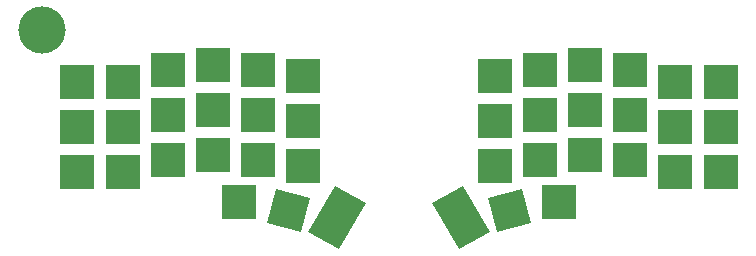
<source format=gbr>
G04 #@! TF.GenerationSoftware,KiCad,Pcbnew,(5.1.10-1-10_14)*
G04 #@! TF.CreationDate,2021-08-18T21:56:21-05:00*
G04 #@! TF.ProjectId,PCB-Keychains,5043422d-4b65-4796-9368-61696e732e6b,rev?*
G04 #@! TF.SameCoordinates,Original*
G04 #@! TF.FileFunction,Soldermask,Top*
G04 #@! TF.FilePolarity,Negative*
%FSLAX46Y46*%
G04 Gerber Fmt 4.6, Leading zero omitted, Abs format (unit mm)*
G04 Created by KiCad (PCBNEW (5.1.10-1-10_14)) date 2021-08-18 21:56:21*
%MOMM*%
%LPD*%
G01*
G04 APERTURE LIST*
%ADD10C,4.000000*%
%ADD11R,3.000000X3.000000*%
%ADD12C,0.100000*%
G04 APERTURE END LIST*
D10*
X220700000Y-111800000D03*
D11*
X223700000Y-123820000D03*
X223700000Y-116200000D03*
X223700000Y-120010000D03*
X231390000Y-122872500D03*
X239010000Y-119062500D03*
X239010000Y-122872500D03*
X242820000Y-123348750D03*
X235200000Y-122396250D03*
X231390000Y-119062500D03*
X242820000Y-115728750D03*
X242820000Y-119538750D03*
X239010000Y-115252500D03*
X231390000Y-115252500D03*
X235200000Y-114776250D03*
X227580000Y-116205000D03*
X235200000Y-118586250D03*
X227580000Y-120015000D03*
X227580000Y-123825000D03*
X237400000Y-126400000D03*
D12*
G36*
X239762883Y-128160660D02*
G01*
X240539340Y-125262883D01*
X243437117Y-126039340D01*
X242660660Y-128937117D01*
X239762883Y-128160660D01*
G37*
G36*
X243275962Y-128898557D02*
G01*
X245525962Y-125001443D01*
X248124038Y-126501443D01*
X245874038Y-130398557D01*
X243275962Y-128898557D01*
G37*
D11*
X278200000Y-116200000D03*
X278200000Y-120010000D03*
X278200000Y-123820000D03*
D12*
G36*
X256025962Y-130398557D02*
G01*
X253775962Y-126501443D01*
X256374038Y-125001443D01*
X258624038Y-128898557D01*
X256025962Y-130398557D01*
G37*
G36*
X259239340Y-128937117D02*
G01*
X258462883Y-126039340D01*
X261360660Y-125262883D01*
X262137117Y-128160660D01*
X259239340Y-128937117D01*
G37*
D11*
X264500000Y-126400000D03*
X274320000Y-123825000D03*
X274320000Y-120015000D03*
X266700000Y-118586250D03*
X274320000Y-116205000D03*
X266700000Y-114776250D03*
X270510000Y-115252500D03*
X262890000Y-115252500D03*
X259080000Y-119538750D03*
X259080000Y-115728750D03*
X270510000Y-119062500D03*
X266700000Y-122396250D03*
X259080000Y-123348750D03*
X262890000Y-122872500D03*
X262890000Y-119062500D03*
X270510000Y-122872500D03*
M02*

</source>
